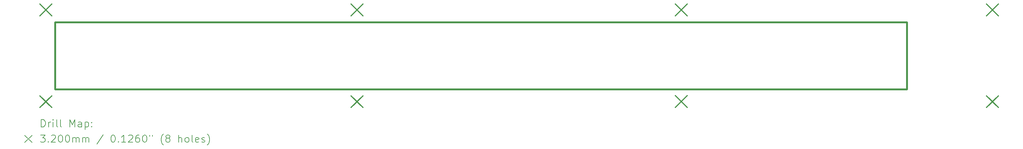
<source format=gbr>
%TF.GenerationSoftware,KiCad,Pcbnew,7.0.2-0*%
%TF.CreationDate,2023-05-18T01:13:14+02:00*%
%TF.ProjectId,LB,4c422e6b-6963-4616-945f-706362585858,rev?*%
%TF.SameCoordinates,PXfd9f08PY7735940*%
%TF.FileFunction,Drillmap*%
%TF.FilePolarity,Positive*%
%FSLAX45Y45*%
G04 Gerber Fmt 4.5, Leading zero omitted, Abs format (unit mm)*
G04 Created by KiCad (PCBNEW 7.0.2-0) date 2023-05-18 01:13:14*
%MOMM*%
%LPD*%
G01*
G04 APERTURE LIST*
%ADD10C,0.500000*%
%ADD11C,0.200000*%
%ADD12C,0.320000*%
G04 APERTURE END LIST*
D10*
X600000Y2515000D02*
X23730000Y2515000D01*
X23730000Y685000D01*
X600000Y685000D01*
X600000Y2515000D01*
D11*
D12*
X190000Y3010000D02*
X510000Y2690000D01*
X510000Y3010000D02*
X190000Y2690000D01*
X190000Y510000D02*
X510000Y190000D01*
X510000Y510000D02*
X190000Y190000D01*
X8640000Y3010000D02*
X8960000Y2690000D01*
X8960000Y3010000D02*
X8640000Y2690000D01*
X8640000Y510000D02*
X8960000Y190000D01*
X8960000Y510000D02*
X8640000Y190000D01*
X17440000Y3010000D02*
X17760000Y2690000D01*
X17760000Y3010000D02*
X17440000Y2690000D01*
X17440000Y512870D02*
X17760000Y192870D01*
X17760000Y512870D02*
X17440000Y192870D01*
X25890000Y3010000D02*
X26210000Y2690000D01*
X26210000Y3010000D02*
X25890000Y2690000D01*
X25890000Y510000D02*
X26210000Y190000D01*
X26210000Y510000D02*
X25890000Y190000D01*
D11*
X222619Y-337524D02*
X222619Y-137524D01*
X222619Y-137524D02*
X270238Y-137524D01*
X270238Y-137524D02*
X298810Y-147048D01*
X298810Y-147048D02*
X317857Y-166095D01*
X317857Y-166095D02*
X327381Y-185143D01*
X327381Y-185143D02*
X336905Y-223238D01*
X336905Y-223238D02*
X336905Y-251809D01*
X336905Y-251809D02*
X327381Y-289905D01*
X327381Y-289905D02*
X317857Y-308952D01*
X317857Y-308952D02*
X298810Y-328000D01*
X298810Y-328000D02*
X270238Y-337524D01*
X270238Y-337524D02*
X222619Y-337524D01*
X422619Y-337524D02*
X422619Y-204190D01*
X422619Y-242286D02*
X432143Y-223238D01*
X432143Y-223238D02*
X441667Y-213714D01*
X441667Y-213714D02*
X460714Y-204190D01*
X460714Y-204190D02*
X479762Y-204190D01*
X546429Y-337524D02*
X546429Y-204190D01*
X546429Y-137524D02*
X536905Y-147048D01*
X536905Y-147048D02*
X546429Y-156571D01*
X546429Y-156571D02*
X555952Y-147048D01*
X555952Y-147048D02*
X546429Y-137524D01*
X546429Y-137524D02*
X546429Y-156571D01*
X670238Y-337524D02*
X651190Y-328000D01*
X651190Y-328000D02*
X641667Y-308952D01*
X641667Y-308952D02*
X641667Y-137524D01*
X775000Y-337524D02*
X755952Y-328000D01*
X755952Y-328000D02*
X746428Y-308952D01*
X746428Y-308952D02*
X746428Y-137524D01*
X1003571Y-337524D02*
X1003571Y-137524D01*
X1003571Y-137524D02*
X1070238Y-280381D01*
X1070238Y-280381D02*
X1136905Y-137524D01*
X1136905Y-137524D02*
X1136905Y-337524D01*
X1317857Y-337524D02*
X1317857Y-232762D01*
X1317857Y-232762D02*
X1308333Y-213714D01*
X1308333Y-213714D02*
X1289286Y-204190D01*
X1289286Y-204190D02*
X1251190Y-204190D01*
X1251190Y-204190D02*
X1232143Y-213714D01*
X1317857Y-328000D02*
X1298810Y-337524D01*
X1298810Y-337524D02*
X1251190Y-337524D01*
X1251190Y-337524D02*
X1232143Y-328000D01*
X1232143Y-328000D02*
X1222619Y-308952D01*
X1222619Y-308952D02*
X1222619Y-289905D01*
X1222619Y-289905D02*
X1232143Y-270857D01*
X1232143Y-270857D02*
X1251190Y-261333D01*
X1251190Y-261333D02*
X1298810Y-261333D01*
X1298810Y-261333D02*
X1317857Y-251809D01*
X1413095Y-204190D02*
X1413095Y-404190D01*
X1413095Y-213714D02*
X1432143Y-204190D01*
X1432143Y-204190D02*
X1470238Y-204190D01*
X1470238Y-204190D02*
X1489286Y-213714D01*
X1489286Y-213714D02*
X1498809Y-223238D01*
X1498809Y-223238D02*
X1508333Y-242286D01*
X1508333Y-242286D02*
X1508333Y-299429D01*
X1508333Y-299429D02*
X1498809Y-318476D01*
X1498809Y-318476D02*
X1489286Y-328000D01*
X1489286Y-328000D02*
X1470238Y-337524D01*
X1470238Y-337524D02*
X1432143Y-337524D01*
X1432143Y-337524D02*
X1413095Y-328000D01*
X1594048Y-318476D02*
X1603571Y-328000D01*
X1603571Y-328000D02*
X1594048Y-337524D01*
X1594048Y-337524D02*
X1584524Y-328000D01*
X1584524Y-328000D02*
X1594048Y-318476D01*
X1594048Y-318476D02*
X1594048Y-337524D01*
X1594048Y-213714D02*
X1603571Y-223238D01*
X1603571Y-223238D02*
X1594048Y-232762D01*
X1594048Y-232762D02*
X1584524Y-223238D01*
X1584524Y-223238D02*
X1594048Y-213714D01*
X1594048Y-213714D02*
X1594048Y-232762D01*
X-225000Y-565000D02*
X-25000Y-765000D01*
X-25000Y-565000D02*
X-225000Y-765000D01*
X203571Y-557524D02*
X327381Y-557524D01*
X327381Y-557524D02*
X260714Y-633714D01*
X260714Y-633714D02*
X289286Y-633714D01*
X289286Y-633714D02*
X308333Y-643238D01*
X308333Y-643238D02*
X317857Y-652762D01*
X317857Y-652762D02*
X327381Y-671810D01*
X327381Y-671810D02*
X327381Y-719428D01*
X327381Y-719428D02*
X317857Y-738476D01*
X317857Y-738476D02*
X308333Y-748000D01*
X308333Y-748000D02*
X289286Y-757524D01*
X289286Y-757524D02*
X232143Y-757524D01*
X232143Y-757524D02*
X213095Y-748000D01*
X213095Y-748000D02*
X203571Y-738476D01*
X413095Y-738476D02*
X422619Y-748000D01*
X422619Y-748000D02*
X413095Y-757524D01*
X413095Y-757524D02*
X403571Y-748000D01*
X403571Y-748000D02*
X413095Y-738476D01*
X413095Y-738476D02*
X413095Y-757524D01*
X498809Y-576571D02*
X508333Y-567048D01*
X508333Y-567048D02*
X527381Y-557524D01*
X527381Y-557524D02*
X575000Y-557524D01*
X575000Y-557524D02*
X594048Y-567048D01*
X594048Y-567048D02*
X603571Y-576571D01*
X603571Y-576571D02*
X613095Y-595619D01*
X613095Y-595619D02*
X613095Y-614667D01*
X613095Y-614667D02*
X603571Y-643238D01*
X603571Y-643238D02*
X489286Y-757524D01*
X489286Y-757524D02*
X613095Y-757524D01*
X736905Y-557524D02*
X755952Y-557524D01*
X755952Y-557524D02*
X775000Y-567048D01*
X775000Y-567048D02*
X784524Y-576571D01*
X784524Y-576571D02*
X794048Y-595619D01*
X794048Y-595619D02*
X803571Y-633714D01*
X803571Y-633714D02*
X803571Y-681333D01*
X803571Y-681333D02*
X794048Y-719428D01*
X794048Y-719428D02*
X784524Y-738476D01*
X784524Y-738476D02*
X775000Y-748000D01*
X775000Y-748000D02*
X755952Y-757524D01*
X755952Y-757524D02*
X736905Y-757524D01*
X736905Y-757524D02*
X717857Y-748000D01*
X717857Y-748000D02*
X708333Y-738476D01*
X708333Y-738476D02*
X698810Y-719428D01*
X698810Y-719428D02*
X689286Y-681333D01*
X689286Y-681333D02*
X689286Y-633714D01*
X689286Y-633714D02*
X698810Y-595619D01*
X698810Y-595619D02*
X708333Y-576571D01*
X708333Y-576571D02*
X717857Y-567048D01*
X717857Y-567048D02*
X736905Y-557524D01*
X927381Y-557524D02*
X946429Y-557524D01*
X946429Y-557524D02*
X965476Y-567048D01*
X965476Y-567048D02*
X975000Y-576571D01*
X975000Y-576571D02*
X984524Y-595619D01*
X984524Y-595619D02*
X994048Y-633714D01*
X994048Y-633714D02*
X994048Y-681333D01*
X994048Y-681333D02*
X984524Y-719428D01*
X984524Y-719428D02*
X975000Y-738476D01*
X975000Y-738476D02*
X965476Y-748000D01*
X965476Y-748000D02*
X946429Y-757524D01*
X946429Y-757524D02*
X927381Y-757524D01*
X927381Y-757524D02*
X908333Y-748000D01*
X908333Y-748000D02*
X898809Y-738476D01*
X898809Y-738476D02*
X889286Y-719428D01*
X889286Y-719428D02*
X879762Y-681333D01*
X879762Y-681333D02*
X879762Y-633714D01*
X879762Y-633714D02*
X889286Y-595619D01*
X889286Y-595619D02*
X898809Y-576571D01*
X898809Y-576571D02*
X908333Y-567048D01*
X908333Y-567048D02*
X927381Y-557524D01*
X1079762Y-757524D02*
X1079762Y-624190D01*
X1079762Y-643238D02*
X1089286Y-633714D01*
X1089286Y-633714D02*
X1108333Y-624190D01*
X1108333Y-624190D02*
X1136905Y-624190D01*
X1136905Y-624190D02*
X1155952Y-633714D01*
X1155952Y-633714D02*
X1165476Y-652762D01*
X1165476Y-652762D02*
X1165476Y-757524D01*
X1165476Y-652762D02*
X1175000Y-633714D01*
X1175000Y-633714D02*
X1194048Y-624190D01*
X1194048Y-624190D02*
X1222619Y-624190D01*
X1222619Y-624190D02*
X1241667Y-633714D01*
X1241667Y-633714D02*
X1251191Y-652762D01*
X1251191Y-652762D02*
X1251191Y-757524D01*
X1346429Y-757524D02*
X1346429Y-624190D01*
X1346429Y-643238D02*
X1355952Y-633714D01*
X1355952Y-633714D02*
X1375000Y-624190D01*
X1375000Y-624190D02*
X1403571Y-624190D01*
X1403571Y-624190D02*
X1422619Y-633714D01*
X1422619Y-633714D02*
X1432143Y-652762D01*
X1432143Y-652762D02*
X1432143Y-757524D01*
X1432143Y-652762D02*
X1441667Y-633714D01*
X1441667Y-633714D02*
X1460714Y-624190D01*
X1460714Y-624190D02*
X1489286Y-624190D01*
X1489286Y-624190D02*
X1508333Y-633714D01*
X1508333Y-633714D02*
X1517857Y-652762D01*
X1517857Y-652762D02*
X1517857Y-757524D01*
X1908333Y-548000D02*
X1736905Y-805143D01*
X2165476Y-557524D02*
X2184524Y-557524D01*
X2184524Y-557524D02*
X2203572Y-567048D01*
X2203572Y-567048D02*
X2213095Y-576571D01*
X2213095Y-576571D02*
X2222619Y-595619D01*
X2222619Y-595619D02*
X2232143Y-633714D01*
X2232143Y-633714D02*
X2232143Y-681333D01*
X2232143Y-681333D02*
X2222619Y-719428D01*
X2222619Y-719428D02*
X2213095Y-738476D01*
X2213095Y-738476D02*
X2203572Y-748000D01*
X2203572Y-748000D02*
X2184524Y-757524D01*
X2184524Y-757524D02*
X2165476Y-757524D01*
X2165476Y-757524D02*
X2146429Y-748000D01*
X2146429Y-748000D02*
X2136905Y-738476D01*
X2136905Y-738476D02*
X2127381Y-719428D01*
X2127381Y-719428D02*
X2117857Y-681333D01*
X2117857Y-681333D02*
X2117857Y-633714D01*
X2117857Y-633714D02*
X2127381Y-595619D01*
X2127381Y-595619D02*
X2136905Y-576571D01*
X2136905Y-576571D02*
X2146429Y-567048D01*
X2146429Y-567048D02*
X2165476Y-557524D01*
X2317857Y-738476D02*
X2327381Y-748000D01*
X2327381Y-748000D02*
X2317857Y-757524D01*
X2317857Y-757524D02*
X2308334Y-748000D01*
X2308334Y-748000D02*
X2317857Y-738476D01*
X2317857Y-738476D02*
X2317857Y-757524D01*
X2517857Y-757524D02*
X2403572Y-757524D01*
X2460714Y-757524D02*
X2460714Y-557524D01*
X2460714Y-557524D02*
X2441667Y-586095D01*
X2441667Y-586095D02*
X2422619Y-605143D01*
X2422619Y-605143D02*
X2403572Y-614667D01*
X2594048Y-576571D02*
X2603572Y-567048D01*
X2603572Y-567048D02*
X2622619Y-557524D01*
X2622619Y-557524D02*
X2670238Y-557524D01*
X2670238Y-557524D02*
X2689286Y-567048D01*
X2689286Y-567048D02*
X2698810Y-576571D01*
X2698810Y-576571D02*
X2708334Y-595619D01*
X2708334Y-595619D02*
X2708334Y-614667D01*
X2708334Y-614667D02*
X2698810Y-643238D01*
X2698810Y-643238D02*
X2584524Y-757524D01*
X2584524Y-757524D02*
X2708334Y-757524D01*
X2879762Y-557524D02*
X2841667Y-557524D01*
X2841667Y-557524D02*
X2822619Y-567048D01*
X2822619Y-567048D02*
X2813095Y-576571D01*
X2813095Y-576571D02*
X2794048Y-605143D01*
X2794048Y-605143D02*
X2784524Y-643238D01*
X2784524Y-643238D02*
X2784524Y-719428D01*
X2784524Y-719428D02*
X2794048Y-738476D01*
X2794048Y-738476D02*
X2803572Y-748000D01*
X2803572Y-748000D02*
X2822619Y-757524D01*
X2822619Y-757524D02*
X2860714Y-757524D01*
X2860714Y-757524D02*
X2879762Y-748000D01*
X2879762Y-748000D02*
X2889286Y-738476D01*
X2889286Y-738476D02*
X2898810Y-719428D01*
X2898810Y-719428D02*
X2898810Y-671810D01*
X2898810Y-671810D02*
X2889286Y-652762D01*
X2889286Y-652762D02*
X2879762Y-643238D01*
X2879762Y-643238D02*
X2860714Y-633714D01*
X2860714Y-633714D02*
X2822619Y-633714D01*
X2822619Y-633714D02*
X2803572Y-643238D01*
X2803572Y-643238D02*
X2794048Y-652762D01*
X2794048Y-652762D02*
X2784524Y-671810D01*
X3022619Y-557524D02*
X3041667Y-557524D01*
X3041667Y-557524D02*
X3060714Y-567048D01*
X3060714Y-567048D02*
X3070238Y-576571D01*
X3070238Y-576571D02*
X3079762Y-595619D01*
X3079762Y-595619D02*
X3089286Y-633714D01*
X3089286Y-633714D02*
X3089286Y-681333D01*
X3089286Y-681333D02*
X3079762Y-719428D01*
X3079762Y-719428D02*
X3070238Y-738476D01*
X3070238Y-738476D02*
X3060714Y-748000D01*
X3060714Y-748000D02*
X3041667Y-757524D01*
X3041667Y-757524D02*
X3022619Y-757524D01*
X3022619Y-757524D02*
X3003572Y-748000D01*
X3003572Y-748000D02*
X2994048Y-738476D01*
X2994048Y-738476D02*
X2984524Y-719428D01*
X2984524Y-719428D02*
X2975000Y-681333D01*
X2975000Y-681333D02*
X2975000Y-633714D01*
X2975000Y-633714D02*
X2984524Y-595619D01*
X2984524Y-595619D02*
X2994048Y-576571D01*
X2994048Y-576571D02*
X3003572Y-567048D01*
X3003572Y-567048D02*
X3022619Y-557524D01*
X3165476Y-557524D02*
X3165476Y-595619D01*
X3241667Y-557524D02*
X3241667Y-595619D01*
X3536905Y-833714D02*
X3527381Y-824190D01*
X3527381Y-824190D02*
X3508334Y-795619D01*
X3508334Y-795619D02*
X3498810Y-776571D01*
X3498810Y-776571D02*
X3489286Y-748000D01*
X3489286Y-748000D02*
X3479762Y-700381D01*
X3479762Y-700381D02*
X3479762Y-662286D01*
X3479762Y-662286D02*
X3489286Y-614667D01*
X3489286Y-614667D02*
X3498810Y-586095D01*
X3498810Y-586095D02*
X3508334Y-567048D01*
X3508334Y-567048D02*
X3527381Y-538476D01*
X3527381Y-538476D02*
X3536905Y-528952D01*
X3641667Y-643238D02*
X3622619Y-633714D01*
X3622619Y-633714D02*
X3613095Y-624190D01*
X3613095Y-624190D02*
X3603572Y-605143D01*
X3603572Y-605143D02*
X3603572Y-595619D01*
X3603572Y-595619D02*
X3613095Y-576571D01*
X3613095Y-576571D02*
X3622619Y-567048D01*
X3622619Y-567048D02*
X3641667Y-557524D01*
X3641667Y-557524D02*
X3679762Y-557524D01*
X3679762Y-557524D02*
X3698810Y-567048D01*
X3698810Y-567048D02*
X3708334Y-576571D01*
X3708334Y-576571D02*
X3717857Y-595619D01*
X3717857Y-595619D02*
X3717857Y-605143D01*
X3717857Y-605143D02*
X3708334Y-624190D01*
X3708334Y-624190D02*
X3698810Y-633714D01*
X3698810Y-633714D02*
X3679762Y-643238D01*
X3679762Y-643238D02*
X3641667Y-643238D01*
X3641667Y-643238D02*
X3622619Y-652762D01*
X3622619Y-652762D02*
X3613095Y-662286D01*
X3613095Y-662286D02*
X3603572Y-681333D01*
X3603572Y-681333D02*
X3603572Y-719428D01*
X3603572Y-719428D02*
X3613095Y-738476D01*
X3613095Y-738476D02*
X3622619Y-748000D01*
X3622619Y-748000D02*
X3641667Y-757524D01*
X3641667Y-757524D02*
X3679762Y-757524D01*
X3679762Y-757524D02*
X3698810Y-748000D01*
X3698810Y-748000D02*
X3708334Y-738476D01*
X3708334Y-738476D02*
X3717857Y-719428D01*
X3717857Y-719428D02*
X3717857Y-681333D01*
X3717857Y-681333D02*
X3708334Y-662286D01*
X3708334Y-662286D02*
X3698810Y-652762D01*
X3698810Y-652762D02*
X3679762Y-643238D01*
X3955953Y-757524D02*
X3955953Y-557524D01*
X4041667Y-757524D02*
X4041667Y-652762D01*
X4041667Y-652762D02*
X4032143Y-633714D01*
X4032143Y-633714D02*
X4013096Y-624190D01*
X4013096Y-624190D02*
X3984524Y-624190D01*
X3984524Y-624190D02*
X3965476Y-633714D01*
X3965476Y-633714D02*
X3955953Y-643238D01*
X4165476Y-757524D02*
X4146429Y-748000D01*
X4146429Y-748000D02*
X4136905Y-738476D01*
X4136905Y-738476D02*
X4127381Y-719428D01*
X4127381Y-719428D02*
X4127381Y-662286D01*
X4127381Y-662286D02*
X4136905Y-643238D01*
X4136905Y-643238D02*
X4146429Y-633714D01*
X4146429Y-633714D02*
X4165476Y-624190D01*
X4165476Y-624190D02*
X4194048Y-624190D01*
X4194048Y-624190D02*
X4213096Y-633714D01*
X4213096Y-633714D02*
X4222619Y-643238D01*
X4222619Y-643238D02*
X4232143Y-662286D01*
X4232143Y-662286D02*
X4232143Y-719428D01*
X4232143Y-719428D02*
X4222619Y-738476D01*
X4222619Y-738476D02*
X4213096Y-748000D01*
X4213096Y-748000D02*
X4194048Y-757524D01*
X4194048Y-757524D02*
X4165476Y-757524D01*
X4346429Y-757524D02*
X4327381Y-748000D01*
X4327381Y-748000D02*
X4317858Y-728952D01*
X4317858Y-728952D02*
X4317858Y-557524D01*
X4498810Y-748000D02*
X4479762Y-757524D01*
X4479762Y-757524D02*
X4441667Y-757524D01*
X4441667Y-757524D02*
X4422619Y-748000D01*
X4422619Y-748000D02*
X4413096Y-728952D01*
X4413096Y-728952D02*
X4413096Y-652762D01*
X4413096Y-652762D02*
X4422619Y-633714D01*
X4422619Y-633714D02*
X4441667Y-624190D01*
X4441667Y-624190D02*
X4479762Y-624190D01*
X4479762Y-624190D02*
X4498810Y-633714D01*
X4498810Y-633714D02*
X4508334Y-652762D01*
X4508334Y-652762D02*
X4508334Y-671810D01*
X4508334Y-671810D02*
X4413096Y-690857D01*
X4584524Y-748000D02*
X4603572Y-757524D01*
X4603572Y-757524D02*
X4641667Y-757524D01*
X4641667Y-757524D02*
X4660715Y-748000D01*
X4660715Y-748000D02*
X4670239Y-728952D01*
X4670239Y-728952D02*
X4670239Y-719428D01*
X4670239Y-719428D02*
X4660715Y-700381D01*
X4660715Y-700381D02*
X4641667Y-690857D01*
X4641667Y-690857D02*
X4613096Y-690857D01*
X4613096Y-690857D02*
X4594048Y-681333D01*
X4594048Y-681333D02*
X4584524Y-662286D01*
X4584524Y-662286D02*
X4584524Y-652762D01*
X4584524Y-652762D02*
X4594048Y-633714D01*
X4594048Y-633714D02*
X4613096Y-624190D01*
X4613096Y-624190D02*
X4641667Y-624190D01*
X4641667Y-624190D02*
X4660715Y-633714D01*
X4736905Y-833714D02*
X4746429Y-824190D01*
X4746429Y-824190D02*
X4765477Y-795619D01*
X4765477Y-795619D02*
X4775000Y-776571D01*
X4775000Y-776571D02*
X4784524Y-748000D01*
X4784524Y-748000D02*
X4794048Y-700381D01*
X4794048Y-700381D02*
X4794048Y-662286D01*
X4794048Y-662286D02*
X4784524Y-614667D01*
X4784524Y-614667D02*
X4775000Y-586095D01*
X4775000Y-586095D02*
X4765477Y-567048D01*
X4765477Y-567048D02*
X4746429Y-538476D01*
X4746429Y-538476D02*
X4736905Y-528952D01*
M02*

</source>
